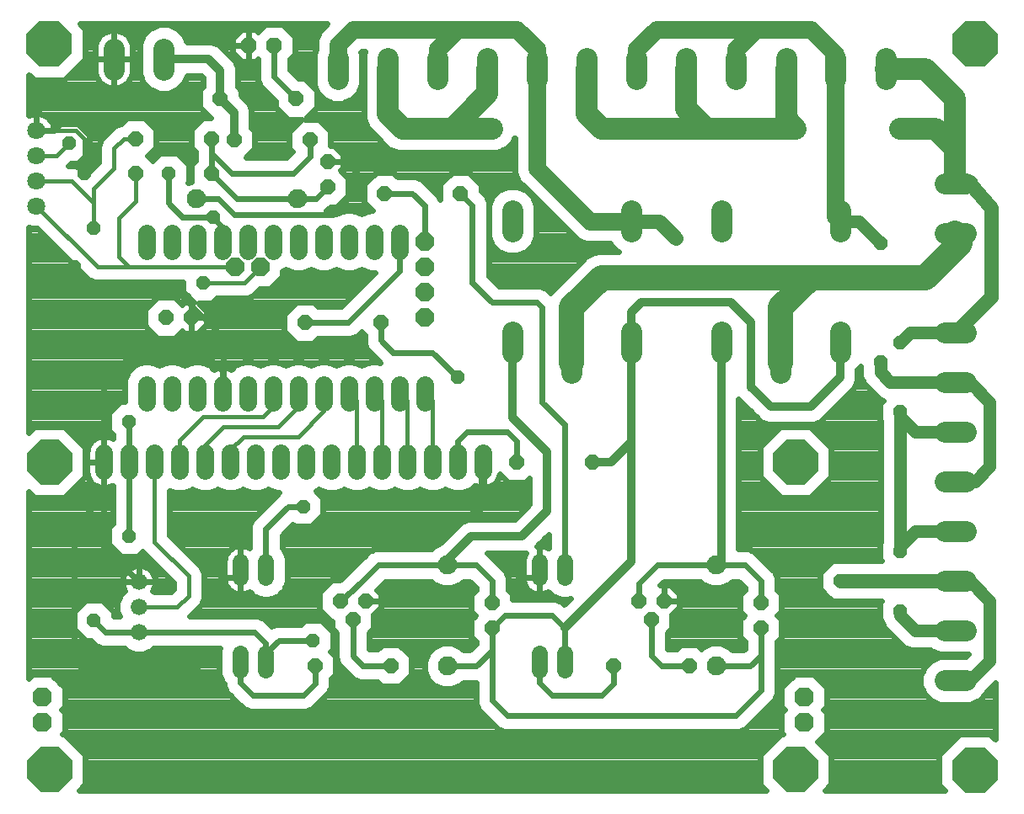
<source format=gbr>
G75*
%MOIN*%
%OFA0B0*%
%FSLAX25Y25*%
%IPPOS*%
%LPD*%
%AMOC8*
5,1,8,0,0,1.08239X$1,22.5*
%
%ADD10C,0.08350*%
%ADD11OC8,0.05906*%
%ADD12C,0.07600*%
%ADD13OC8,0.07600*%
%ADD14C,0.07000*%
%ADD15OC8,0.17717*%
%ADD16OC8,0.06299*%
%ADD17OC8,0.07087*%
%ADD18C,0.07087*%
%ADD19C,0.06600*%
%ADD20C,0.07087*%
%ADD21C,0.06350*%
%ADD22C,0.02400*%
%ADD23OC8,0.05512*%
%ADD24C,0.03200*%
%ADD25C,0.01600*%
%ADD26OC8,0.05600*%
%ADD27C,0.05600*%
%ADD28C,0.05000*%
%ADD29C,0.10000*%
%ADD30C,0.06600*%
%ADD31C,0.08600*%
%ADD32OC8,0.18110*%
D10*
X0227284Y0188998D02*
X0227284Y0197347D01*
X0250784Y0189347D02*
X0250784Y0180998D01*
X0274284Y0188998D02*
X0274284Y0197347D01*
X0309961Y0197347D02*
X0309961Y0188998D01*
X0333461Y0189347D02*
X0333461Y0180998D01*
X0356961Y0188998D02*
X0356961Y0197347D01*
X0398184Y0197139D02*
X0406534Y0197139D01*
X0406534Y0177339D02*
X0398184Y0177339D01*
X0398184Y0157769D02*
X0406534Y0157769D01*
X0406534Y0137969D02*
X0398184Y0137969D01*
X0398184Y0118399D02*
X0406534Y0118399D01*
X0406534Y0098599D02*
X0398184Y0098599D01*
X0398184Y0079029D02*
X0406534Y0079029D01*
X0406534Y0059229D02*
X0398184Y0059229D01*
X0398184Y0236394D02*
X0406534Y0236394D01*
X0406534Y0256194D02*
X0398184Y0256194D01*
X0356961Y0245347D02*
X0356961Y0236998D01*
X0309961Y0236998D02*
X0309961Y0245347D01*
X0274284Y0245347D02*
X0274284Y0236998D01*
X0227284Y0236998D02*
X0227284Y0245347D01*
X0236947Y0297238D02*
X0236947Y0305587D01*
X0217377Y0305587D02*
X0217377Y0297238D01*
X0197577Y0297238D02*
X0197577Y0305587D01*
X0178007Y0305587D02*
X0178007Y0297238D01*
X0158207Y0297238D02*
X0158207Y0305587D01*
X0089424Y0309524D02*
X0089424Y0301175D01*
X0069624Y0301175D02*
X0069624Y0309524D01*
X0256747Y0305587D02*
X0256747Y0297238D01*
X0276317Y0297238D02*
X0276317Y0305587D01*
X0296117Y0305587D02*
X0296117Y0297238D01*
X0315687Y0297238D02*
X0315687Y0305587D01*
X0335487Y0305587D02*
X0335487Y0297238D01*
X0355057Y0297238D02*
X0355057Y0305587D01*
X0374857Y0305587D02*
X0374857Y0297238D01*
D11*
X0206729Y0252200D03*
X0176729Y0252200D03*
X0154249Y0254798D03*
X0154249Y0264798D03*
X0147280Y0273342D03*
X0141768Y0289602D03*
X0117280Y0273342D03*
X0108304Y0273854D03*
X0108304Y0260074D03*
X0078304Y0260074D03*
X0078304Y0273854D03*
X0111768Y0289602D03*
X0100272Y0202987D03*
X0090272Y0202987D03*
X0145233Y0201019D03*
X0175233Y0201019D03*
X0229012Y0145783D03*
X0259012Y0145783D03*
X0277280Y0090783D03*
X0282280Y0083283D03*
X0287280Y0090783D03*
X0297280Y0065192D03*
X0267280Y0065192D03*
X0219288Y0079877D03*
X0219288Y0089877D03*
X0179170Y0065192D03*
X0164170Y0083283D03*
X0169170Y0090783D03*
X0159170Y0090783D03*
X0149170Y0065192D03*
X0325587Y0079877D03*
X0325587Y0089877D03*
D12*
X0307871Y0104877D03*
X0307871Y0064877D03*
X0201572Y0064877D03*
X0201572Y0104877D03*
X0142162Y0250153D03*
X0102162Y0250153D03*
D13*
X0219288Y0277791D03*
X0262595Y0277791D03*
X0339367Y0277791D03*
X0380705Y0277791D03*
X0342713Y0052554D03*
X0342713Y0042554D03*
X0041217Y0042554D03*
X0041217Y0052554D03*
D14*
X0065745Y0142243D02*
X0065745Y0149243D01*
X0075745Y0149243D02*
X0075745Y0142243D01*
X0085745Y0142243D02*
X0085745Y0149243D01*
X0095745Y0149243D02*
X0095745Y0142243D01*
X0105745Y0142243D02*
X0105745Y0149243D01*
X0115745Y0149243D02*
X0115745Y0142243D01*
X0125745Y0142243D02*
X0125745Y0149243D01*
X0135745Y0149243D02*
X0135745Y0142243D01*
X0145745Y0142243D02*
X0145745Y0149243D01*
X0155745Y0149243D02*
X0155745Y0142243D01*
X0165745Y0142243D02*
X0165745Y0149243D01*
X0175745Y0149243D02*
X0175745Y0142243D01*
X0185745Y0142243D02*
X0185745Y0149243D01*
X0195745Y0149243D02*
X0195745Y0142243D01*
X0205745Y0142243D02*
X0205745Y0149243D01*
X0215745Y0149243D02*
X0215745Y0142243D01*
X0257875Y0241172D02*
X0274284Y0241172D01*
X0257875Y0241172D02*
X0236947Y0262100D01*
X0236947Y0301413D01*
X0236947Y0309344D01*
X0229131Y0317161D01*
X0205509Y0317161D01*
X0197577Y0309229D01*
X0197577Y0301413D01*
X0205509Y0317161D02*
X0164170Y0317161D01*
X0158207Y0311198D01*
X0158207Y0301413D01*
X0276317Y0301413D02*
X0276317Y0309229D01*
X0284249Y0317161D01*
X0323619Y0317161D01*
X0315687Y0309229D01*
X0315687Y0301413D01*
X0323619Y0317161D02*
X0345272Y0317161D01*
X0355057Y0307376D01*
X0355057Y0301413D01*
X0355057Y0243076D01*
X0356961Y0241172D01*
D15*
X0044249Y0024011D03*
X0044249Y0145743D03*
X0339209Y0145743D03*
X0339209Y0024011D03*
D16*
X0133028Y0310704D03*
X0123028Y0310704D03*
D17*
X0192674Y0232987D03*
X0192674Y0222987D03*
X0192674Y0212987D03*
X0192674Y0202987D03*
X0127674Y0222987D03*
X0117674Y0222987D03*
D18*
X0122674Y0229444D02*
X0122674Y0236531D01*
X0132674Y0236531D02*
X0132674Y0229444D01*
X0142674Y0229444D02*
X0142674Y0236531D01*
X0152674Y0236531D02*
X0152674Y0229444D01*
X0162674Y0229444D02*
X0162674Y0236531D01*
X0172674Y0236531D02*
X0172674Y0229444D01*
X0182674Y0229444D02*
X0182674Y0236531D01*
X0182674Y0176531D02*
X0182674Y0169444D01*
X0192674Y0169444D02*
X0192674Y0176531D01*
X0172674Y0176531D02*
X0172674Y0169444D01*
X0162674Y0169444D02*
X0162674Y0176531D01*
X0152674Y0176531D02*
X0152674Y0169444D01*
X0142674Y0169444D02*
X0142674Y0176531D01*
X0132674Y0176531D02*
X0132674Y0169444D01*
X0122674Y0169444D02*
X0122674Y0176531D01*
X0112674Y0176531D02*
X0112674Y0169444D01*
X0102674Y0169444D02*
X0102674Y0176531D01*
X0092674Y0176531D02*
X0092674Y0169444D01*
X0082674Y0169444D02*
X0082674Y0176531D01*
X0082674Y0229444D02*
X0082674Y0236531D01*
X0092674Y0236531D02*
X0092674Y0229444D01*
X0102674Y0229444D02*
X0102674Y0236531D01*
X0112674Y0236531D02*
X0112674Y0229444D01*
D19*
X0079603Y0098302D03*
X0079603Y0088302D03*
X0079603Y0078302D03*
D20*
X0039091Y0247043D03*
X0039091Y0257043D03*
X0039091Y0267043D03*
X0039091Y0277043D03*
D21*
X0119800Y0106227D02*
X0119800Y0099877D01*
X0129800Y0099877D02*
X0129800Y0106227D01*
X0129800Y0069877D02*
X0129800Y0063528D01*
X0119800Y0063528D02*
X0119800Y0069877D01*
X0237910Y0069877D02*
X0237910Y0063528D01*
X0247910Y0063528D02*
X0247910Y0069877D01*
X0247910Y0099877D02*
X0247910Y0106227D01*
X0237910Y0106227D02*
X0237910Y0099877D01*
D22*
X0237910Y0099877D01*
X0237910Y0093502D01*
X0237492Y0093502D01*
X0236664Y0093611D01*
X0235857Y0093828D01*
X0235085Y0094148D01*
X0234361Y0094565D01*
X0233698Y0095074D01*
X0233107Y0095665D01*
X0232598Y0096328D01*
X0232180Y0097052D01*
X0231861Y0097824D01*
X0231644Y0098631D01*
X0231535Y0099459D01*
X0231535Y0099877D01*
X0237910Y0099877D01*
X0237910Y0099877D01*
X0237910Y0093502D01*
X0238328Y0093502D01*
X0239156Y0093611D01*
X0239964Y0093828D01*
X0240736Y0094148D01*
X0241408Y0094536D01*
X0243166Y0092777D01*
X0246244Y0091502D01*
X0249576Y0091502D01*
X0250161Y0091745D01*
X0247627Y0089211D01*
X0246535Y0090303D01*
X0244183Y0091277D01*
X0227441Y0091277D01*
X0227441Y0093254D01*
X0225688Y0095007D01*
X0225688Y0099930D01*
X0224714Y0102282D01*
X0222913Y0104082D01*
X0217422Y0109573D01*
X0232452Y0109573D01*
X0232490Y0109589D01*
X0232180Y0109052D01*
X0231861Y0108280D01*
X0231644Y0107473D01*
X0231535Y0106645D01*
X0231535Y0099877D01*
X0237910Y0099877D01*
X0229879Y0099877D01*
X0227162Y0102594D01*
X0225155Y0101217D02*
X0231535Y0101217D01*
X0231535Y0103616D02*
X0223380Y0103616D01*
X0220981Y0106014D02*
X0231535Y0106014D01*
X0231916Y0108413D02*
X0218583Y0108413D01*
X0213068Y0104877D02*
X0219288Y0098657D01*
X0219288Y0089877D01*
X0224288Y0084877D02*
X0219288Y0079877D01*
X0219288Y0071098D01*
X0219288Y0051413D01*
X0225194Y0045507D01*
X0315745Y0045507D01*
X0325587Y0055350D01*
X0325587Y0069129D01*
X0325587Y0079877D01*
X0333740Y0079631D02*
X0375062Y0079631D01*
X0374178Y0080515D02*
X0380083Y0074610D01*
X0382249Y0072444D01*
X0385079Y0071272D01*
X0392684Y0071272D01*
X0392874Y0071082D01*
X0396319Y0069654D01*
X0407743Y0069654D01*
X0406692Y0068604D01*
X0396319Y0068604D01*
X0392874Y0067177D01*
X0390237Y0064540D01*
X0388809Y0061094D01*
X0388809Y0057364D01*
X0390237Y0053919D01*
X0392874Y0051282D01*
X0396319Y0049854D01*
X0408398Y0049854D01*
X0411844Y0051282D01*
X0414481Y0053919D01*
X0414973Y0055106D01*
X0418312Y0058445D01*
X0418312Y0035934D01*
X0416138Y0038109D01*
X0404328Y0038109D01*
X0395978Y0029758D01*
X0395978Y0017949D01*
X0398153Y0015774D01*
X0350854Y0015774D01*
X0353268Y0018188D01*
X0353268Y0029834D01*
X0347994Y0035107D01*
X0351713Y0038826D01*
X0351713Y0046282D01*
X0350441Y0047554D01*
X0351713Y0048826D01*
X0351713Y0056282D01*
X0346441Y0061554D01*
X0338985Y0061554D01*
X0333713Y0056282D01*
X0333713Y0048826D01*
X0334985Y0047554D01*
X0333713Y0046282D01*
X0333713Y0038826D01*
X0334470Y0038069D01*
X0333386Y0038069D01*
X0325151Y0029834D01*
X0325151Y0018188D01*
X0327565Y0015774D01*
X0055893Y0015774D01*
X0058307Y0018188D01*
X0058307Y0029834D01*
X0050072Y0038069D01*
X0049460Y0038069D01*
X0050217Y0038826D01*
X0050217Y0046282D01*
X0048945Y0047554D01*
X0050217Y0048826D01*
X0050217Y0056282D01*
X0044945Y0061554D01*
X0037489Y0061554D01*
X0036012Y0060077D01*
X0036012Y0134099D01*
X0038426Y0131685D01*
X0050072Y0131685D01*
X0058307Y0139920D01*
X0058307Y0151566D01*
X0050072Y0159802D01*
X0038426Y0159802D01*
X0036012Y0157388D01*
X0036012Y0238854D01*
X0037352Y0238299D01*
X0039349Y0238299D01*
X0059748Y0217901D01*
X0061953Y0216987D01*
X0097115Y0216987D01*
X0097115Y0213453D01*
X0101428Y0209140D01*
X0100272Y0209140D01*
X0097724Y0209140D01*
X0096687Y0208103D01*
X0093649Y0211140D01*
X0086895Y0211140D01*
X0082120Y0206364D01*
X0082120Y0199610D01*
X0086895Y0194835D01*
X0093649Y0194835D01*
X0096687Y0197872D01*
X0097724Y0196835D01*
X0100272Y0196835D01*
X0100272Y0202987D01*
X0100272Y0202987D01*
X0100272Y0196835D01*
X0102821Y0196835D01*
X0106425Y0200439D01*
X0106425Y0202987D01*
X0100272Y0202987D01*
X0105115Y0202987D01*
X0095272Y0212830D01*
X0059839Y0212830D01*
X0053934Y0218735D01*
X0053934Y0223165D01*
X0054107Y0223542D02*
X0036012Y0223542D01*
X0036012Y0225940D02*
X0051708Y0225940D01*
X0049310Y0228339D02*
X0036012Y0228339D01*
X0036012Y0230737D02*
X0046911Y0230737D01*
X0044513Y0233136D02*
X0036012Y0233136D01*
X0036012Y0235534D02*
X0042114Y0235534D01*
X0039716Y0237933D02*
X0036012Y0237933D01*
X0036012Y0221143D02*
X0056505Y0221143D01*
X0058904Y0218745D02*
X0036012Y0218745D01*
X0036012Y0216346D02*
X0097115Y0216346D01*
X0097115Y0213947D02*
X0036012Y0213947D01*
X0036012Y0211549D02*
X0099019Y0211549D01*
X0100272Y0209140D02*
X0100272Y0202988D01*
X0100272Y0202988D01*
X0100272Y0209140D01*
X0101418Y0209150D02*
X0095639Y0209150D01*
X0100272Y0206752D02*
X0100272Y0206752D01*
X0100272Y0204353D02*
X0100272Y0204353D01*
X0100272Y0202987D02*
X0106425Y0202987D01*
X0106425Y0205536D01*
X0103194Y0208767D01*
X0108429Y0208767D01*
X0110429Y0210767D01*
X0122647Y0210767D01*
X0124852Y0211680D01*
X0127416Y0214244D01*
X0131295Y0214244D01*
X0136417Y0219366D01*
X0136417Y0221531D01*
X0137627Y0222032D01*
X0137674Y0222079D01*
X0137721Y0222032D01*
X0140935Y0220701D01*
X0144413Y0220701D01*
X0147627Y0222032D01*
X0147674Y0222079D01*
X0147721Y0222032D01*
X0150935Y0220701D01*
X0154413Y0220701D01*
X0157627Y0222032D01*
X0157674Y0222079D01*
X0157721Y0222032D01*
X0160935Y0220701D01*
X0164413Y0220701D01*
X0167627Y0222032D01*
X0167674Y0222079D01*
X0167721Y0222032D01*
X0170935Y0220701D01*
X0172832Y0220701D01*
X0159550Y0207419D01*
X0150363Y0207419D01*
X0148610Y0209172D01*
X0141856Y0209172D01*
X0137080Y0204396D01*
X0137080Y0197642D01*
X0141856Y0192866D01*
X0148610Y0192866D01*
X0150363Y0194619D01*
X0163474Y0194619D01*
X0165827Y0195593D01*
X0167478Y0197244D01*
X0168833Y0195889D01*
X0168833Y0192620D01*
X0169807Y0190268D01*
X0174492Y0185583D01*
X0175075Y0185000D01*
X0174413Y0185274D01*
X0170935Y0185274D01*
X0167721Y0183943D01*
X0167674Y0183896D01*
X0167627Y0183943D01*
X0164413Y0185274D01*
X0160935Y0185274D01*
X0157721Y0183943D01*
X0157674Y0183896D01*
X0157627Y0183943D01*
X0154413Y0185274D01*
X0150935Y0185274D01*
X0147721Y0183943D01*
X0147674Y0183896D01*
X0147627Y0183943D01*
X0144413Y0185274D01*
X0140935Y0185274D01*
X0137721Y0183943D01*
X0137674Y0183896D01*
X0137627Y0183943D01*
X0134413Y0185274D01*
X0130935Y0185274D01*
X0127721Y0183943D01*
X0127674Y0183896D01*
X0127627Y0183943D01*
X0124413Y0185274D01*
X0120935Y0185274D01*
X0117721Y0183943D01*
X0116111Y0182333D01*
X0115663Y0182592D01*
X0114846Y0182930D01*
X0113992Y0183159D01*
X0113116Y0183274D01*
X0112674Y0183274D01*
X0112674Y0172988D01*
X0112674Y0172988D01*
X0112674Y0183274D01*
X0112232Y0183274D01*
X0111355Y0183159D01*
X0110502Y0182930D01*
X0109685Y0182592D01*
X0109237Y0182333D01*
X0107627Y0183943D01*
X0104413Y0185274D01*
X0100935Y0185274D01*
X0097721Y0183943D01*
X0097674Y0183896D01*
X0097627Y0183943D01*
X0094413Y0185274D01*
X0090935Y0185274D01*
X0087721Y0183943D01*
X0087674Y0183896D01*
X0087627Y0183943D01*
X0084413Y0185274D01*
X0080935Y0185274D01*
X0077721Y0183943D01*
X0075262Y0181483D01*
X0073931Y0178270D01*
X0073931Y0169649D01*
X0072274Y0169649D01*
X0067587Y0164963D01*
X0067587Y0158335D01*
X0069187Y0156735D01*
X0069187Y0154992D01*
X0068714Y0155265D01*
X0067903Y0155601D01*
X0067055Y0155829D01*
X0066184Y0155943D01*
X0065745Y0155943D01*
X0065745Y0145743D01*
X0065745Y0135543D01*
X0066184Y0135543D01*
X0067055Y0135658D01*
X0067903Y0135885D01*
X0068714Y0136221D01*
X0069189Y0136495D01*
X0069345Y0136340D01*
X0069345Y0121444D01*
X0067745Y0119844D01*
X0067745Y0113217D01*
X0072431Y0108531D01*
X0079058Y0108531D01*
X0080938Y0110411D01*
X0093209Y0098140D01*
X0093209Y0095236D01*
X0092275Y0094302D01*
X0085624Y0094302D01*
X0085101Y0094825D01*
X0085445Y0095421D01*
X0085771Y0096209D01*
X0085992Y0097032D01*
X0086103Y0097876D01*
X0086103Y0098302D01*
X0079603Y0098302D01*
X0073103Y0098302D01*
X0073103Y0097876D01*
X0073214Y0097032D01*
X0073435Y0096209D01*
X0073761Y0095421D01*
X0074105Y0094825D01*
X0072397Y0093117D01*
X0071103Y0089993D01*
X0071103Y0086612D01*
X0071894Y0084702D01*
X0069808Y0084702D01*
X0069808Y0086222D01*
X0065121Y0090909D01*
X0058494Y0090909D01*
X0053808Y0086222D01*
X0053808Y0079595D01*
X0058494Y0074909D01*
X0060757Y0074909D01*
X0060988Y0074677D01*
X0062789Y0072877D01*
X0065141Y0071902D01*
X0073982Y0071902D01*
X0074788Y0071096D01*
X0077912Y0069802D01*
X0081294Y0069802D01*
X0084418Y0071096D01*
X0085224Y0071902D01*
X0111574Y0071902D01*
X0111425Y0071543D01*
X0111425Y0061862D01*
X0112700Y0058784D01*
X0113400Y0058084D01*
X0113400Y0057108D01*
X0114374Y0054756D01*
X0119374Y0049756D01*
X0121175Y0047955D01*
X0123527Y0046981D01*
X0145758Y0046981D01*
X0148110Y0047955D01*
X0152795Y0052640D01*
X0154596Y0054441D01*
X0155570Y0056793D01*
X0155570Y0060062D01*
X0157323Y0061815D01*
X0157323Y0068569D01*
X0155265Y0070627D01*
X0156378Y0071739D01*
X0156378Y0078330D01*
X0151717Y0082991D01*
X0145126Y0082991D01*
X0143571Y0081435D01*
X0133684Y0081435D01*
X0132060Y0080762D01*
X0129094Y0083728D01*
X0126742Y0084702D01*
X0099646Y0084702D01*
X0099847Y0084904D01*
X0104296Y0089352D01*
X0105209Y0091558D01*
X0105209Y0101819D01*
X0104296Y0104024D01*
X0102608Y0105712D01*
X0091745Y0116575D01*
X0091745Y0134483D01*
X0094014Y0133543D01*
X0097475Y0133543D01*
X0100673Y0134868D01*
X0100745Y0134940D01*
X0100817Y0134868D01*
X0104014Y0133543D01*
X0107475Y0133543D01*
X0110673Y0134868D01*
X0110745Y0134940D01*
X0110817Y0134868D01*
X0114014Y0133543D01*
X0117475Y0133543D01*
X0120673Y0134868D01*
X0120745Y0134940D01*
X0120817Y0134868D01*
X0124014Y0133543D01*
X0127475Y0133543D01*
X0130673Y0134868D01*
X0130745Y0134940D01*
X0130817Y0134868D01*
X0134014Y0133543D01*
X0134887Y0133543D01*
X0126175Y0124830D01*
X0124374Y0123030D01*
X0123400Y0120678D01*
X0123400Y0111671D01*
X0123298Y0111568D01*
X0122625Y0111956D01*
X0121853Y0112276D01*
X0121046Y0112492D01*
X0120218Y0112602D01*
X0119800Y0112602D01*
X0119800Y0099877D01*
X0119800Y0093502D01*
X0120218Y0093502D01*
X0121046Y0093611D01*
X0121853Y0093828D01*
X0122625Y0094148D01*
X0123298Y0094536D01*
X0125056Y0092777D01*
X0128134Y0091502D01*
X0131466Y0091502D01*
X0134544Y0092777D01*
X0136900Y0095133D01*
X0138175Y0098211D01*
X0138175Y0107893D01*
X0136900Y0110971D01*
X0136200Y0111671D01*
X0136200Y0116754D01*
X0140432Y0120986D01*
X0141189Y0120228D01*
X0147780Y0120228D01*
X0152441Y0124889D01*
X0152441Y0131480D01*
X0149527Y0134393D01*
X0150673Y0134868D01*
X0150745Y0134940D01*
X0150817Y0134868D01*
X0154014Y0133543D01*
X0157475Y0133543D01*
X0160673Y0134868D01*
X0160745Y0134940D01*
X0160817Y0134868D01*
X0164014Y0133543D01*
X0167475Y0133543D01*
X0170673Y0134868D01*
X0170745Y0134940D01*
X0170817Y0134868D01*
X0174014Y0133543D01*
X0177475Y0133543D01*
X0180673Y0134868D01*
X0180745Y0134940D01*
X0180817Y0134868D01*
X0184014Y0133543D01*
X0187475Y0133543D01*
X0190673Y0134868D01*
X0190745Y0134940D01*
X0190817Y0134868D01*
X0194014Y0133543D01*
X0197475Y0133543D01*
X0200673Y0134868D01*
X0200745Y0134940D01*
X0200817Y0134868D01*
X0204014Y0133543D01*
X0207475Y0133543D01*
X0210673Y0134868D01*
X0212300Y0136495D01*
X0212775Y0136221D01*
X0213586Y0135885D01*
X0214435Y0135658D01*
X0215306Y0135543D01*
X0215745Y0135543D01*
X0216184Y0135543D01*
X0217055Y0135658D01*
X0217903Y0135885D01*
X0218714Y0136221D01*
X0219475Y0136661D01*
X0220172Y0137195D01*
X0220793Y0137816D01*
X0221328Y0138513D01*
X0221767Y0139274D01*
X0222103Y0140085D01*
X0222330Y0140933D01*
X0222330Y0140935D01*
X0225635Y0137630D01*
X0232389Y0137630D01*
X0234142Y0139382D01*
X0234142Y0129032D01*
X0228282Y0123173D01*
X0209746Y0123173D01*
X0207247Y0122138D01*
X0198424Y0113315D01*
X0196473Y0112507D01*
X0195244Y0111277D01*
X0173054Y0111277D01*
X0170702Y0110303D01*
X0162682Y0102283D01*
X0158812Y0098935D01*
X0155793Y0098935D01*
X0151017Y0094160D01*
X0151017Y0087406D01*
X0155793Y0082630D01*
X0156017Y0082630D01*
X0156017Y0079906D01*
X0157770Y0078153D01*
X0157770Y0067856D01*
X0158744Y0065504D01*
X0162681Y0061567D01*
X0164482Y0059766D01*
X0166834Y0058792D01*
X0174040Y0058792D01*
X0175793Y0057039D01*
X0182547Y0057039D01*
X0187323Y0061815D01*
X0187323Y0068569D01*
X0182547Y0073345D01*
X0175793Y0073345D01*
X0174040Y0071592D01*
X0170758Y0071592D01*
X0170570Y0071780D01*
X0170570Y0078153D01*
X0172323Y0079906D01*
X0172323Y0085234D01*
X0175323Y0088234D01*
X0175323Y0090783D01*
X0175323Y0093331D01*
X0173578Y0095076D01*
X0176978Y0098477D01*
X0195244Y0098477D01*
X0196473Y0097247D01*
X0199781Y0095877D01*
X0203362Y0095877D01*
X0206670Y0097247D01*
X0207899Y0098477D01*
X0210417Y0098477D01*
X0212888Y0096006D01*
X0212888Y0095007D01*
X0211135Y0093254D01*
X0211135Y0086500D01*
X0212758Y0084877D01*
X0211135Y0083254D01*
X0211135Y0076500D01*
X0212888Y0074747D01*
X0212888Y0073749D01*
X0210417Y0071277D01*
X0207899Y0071277D01*
X0206670Y0072507D01*
X0203362Y0073877D01*
X0199781Y0073877D01*
X0196473Y0072507D01*
X0193942Y0069975D01*
X0192572Y0066667D01*
X0192572Y0063087D01*
X0193942Y0059779D01*
X0196473Y0057247D01*
X0199781Y0055877D01*
X0203362Y0055877D01*
X0206670Y0057247D01*
X0207899Y0058477D01*
X0212888Y0058477D01*
X0212888Y0050140D01*
X0213862Y0047787D01*
X0219768Y0041882D01*
X0221568Y0040081D01*
X0223921Y0039107D01*
X0317018Y0039107D01*
X0319370Y0040081D01*
X0329213Y0049924D01*
X0331013Y0051724D01*
X0331987Y0054077D01*
X0331987Y0074747D01*
X0333740Y0076500D01*
X0333740Y0083254D01*
X0332117Y0084877D01*
X0333740Y0086500D01*
X0333740Y0093254D01*
X0331987Y0095007D01*
X0331987Y0099930D01*
X0331013Y0102282D01*
X0324792Y0108502D01*
X0322992Y0110303D01*
X0320640Y0111277D01*
X0316761Y0111277D01*
X0316761Y0170701D01*
X0317798Y0169664D01*
X0325672Y0161790D01*
X0328172Y0160754D01*
X0346625Y0160754D01*
X0349124Y0161790D01*
X0351037Y0163702D01*
X0362726Y0175391D01*
X0363761Y0177891D01*
X0363761Y0182540D01*
X0364875Y0183654D01*
X0364875Y0181975D01*
X0365131Y0181720D01*
X0365131Y0179802D01*
X0366304Y0176972D01*
X0370241Y0173035D01*
X0372407Y0170869D01*
X0374055Y0170186D01*
X0372749Y0168881D01*
X0372749Y0162290D01*
X0373005Y0162034D01*
X0373005Y0114019D01*
X0372749Y0113763D01*
X0372749Y0107172D01*
X0373265Y0106657D01*
X0355492Y0106657D01*
X0355386Y0106613D01*
X0353788Y0106613D01*
X0352658Y0105483D01*
X0352552Y0105439D01*
X0350301Y0103188D01*
X0350257Y0103082D01*
X0349127Y0101952D01*
X0349127Y0100354D01*
X0349083Y0100248D01*
X0349083Y0097065D01*
X0349127Y0096959D01*
X0349127Y0095361D01*
X0350257Y0094232D01*
X0350301Y0094125D01*
X0352552Y0091875D01*
X0352658Y0091831D01*
X0353788Y0090701D01*
X0355386Y0090701D01*
X0355492Y0090657D01*
X0373265Y0090657D01*
X0372749Y0090141D01*
X0372749Y0083550D01*
X0373042Y0083258D01*
X0374178Y0080515D01*
X0373551Y0082029D02*
X0333740Y0082029D01*
X0332566Y0084428D02*
X0372749Y0084428D01*
X0372749Y0086826D02*
X0333740Y0086826D01*
X0333740Y0089225D02*
X0372749Y0089225D01*
X0377461Y0077232D02*
X0333740Y0077232D01*
X0332074Y0074834D02*
X0379859Y0074834D01*
X0382270Y0072435D02*
X0331987Y0072435D01*
X0331987Y0070037D02*
X0395396Y0070037D01*
X0393988Y0067638D02*
X0331987Y0067638D01*
X0331987Y0065240D02*
X0390937Y0065240D01*
X0389533Y0062841D02*
X0331987Y0062841D01*
X0331987Y0060443D02*
X0337874Y0060443D01*
X0335475Y0058044D02*
X0331987Y0058044D01*
X0331987Y0055646D02*
X0333713Y0055646D01*
X0333713Y0053247D02*
X0331644Y0053247D01*
X0330137Y0050849D02*
X0333713Y0050849D01*
X0334089Y0048450D02*
X0327739Y0048450D01*
X0325340Y0046052D02*
X0333713Y0046052D01*
X0333713Y0043653D02*
X0322942Y0043653D01*
X0320543Y0041255D02*
X0333713Y0041255D01*
X0333713Y0038856D02*
X0050217Y0038856D01*
X0050217Y0041255D02*
X0220395Y0041255D01*
X0217996Y0043653D02*
X0050217Y0043653D01*
X0050217Y0046052D02*
X0215598Y0046052D01*
X0213588Y0048450D02*
X0148605Y0048450D01*
X0151003Y0050849D02*
X0212888Y0050849D01*
X0212888Y0053247D02*
X0153402Y0053247D01*
X0155095Y0055646D02*
X0212888Y0055646D01*
X0212888Y0058044D02*
X0207466Y0058044D01*
X0213068Y0064877D02*
X0201572Y0064877D01*
X0192572Y0065240D02*
X0187323Y0065240D01*
X0187323Y0067638D02*
X0192974Y0067638D01*
X0194003Y0070037D02*
X0185855Y0070037D01*
X0183456Y0072435D02*
X0196402Y0072435D01*
X0206741Y0072435D02*
X0211575Y0072435D01*
X0212802Y0074834D02*
X0170570Y0074834D01*
X0170570Y0077232D02*
X0211135Y0077232D01*
X0211135Y0079631D02*
X0172048Y0079631D01*
X0172323Y0082029D02*
X0211135Y0082029D01*
X0212309Y0084428D02*
X0172323Y0084428D01*
X0173915Y0086826D02*
X0211135Y0086826D01*
X0211135Y0089225D02*
X0175323Y0089225D01*
X0175323Y0090783D02*
X0169170Y0090783D01*
X0175323Y0090783D01*
X0175323Y0091623D02*
X0211135Y0091623D01*
X0211903Y0094022D02*
X0174632Y0094022D01*
X0174922Y0096420D02*
X0198470Y0096420D01*
X0204673Y0096420D02*
X0212473Y0096420D01*
X0213068Y0104877D02*
X0201572Y0104877D01*
X0199603Y0104877D01*
X0174327Y0104877D01*
X0167044Y0097594D01*
X0159170Y0090783D01*
X0153278Y0096420D02*
X0137433Y0096420D01*
X0138175Y0098819D02*
X0155676Y0098819D01*
X0151017Y0094022D02*
X0135788Y0094022D01*
X0131758Y0091623D02*
X0151017Y0091623D01*
X0151017Y0089225D02*
X0104168Y0089225D01*
X0105209Y0091623D02*
X0127842Y0091623D01*
X0123811Y0094022D02*
X0122322Y0094022D01*
X0119800Y0094022D02*
X0119800Y0094022D01*
X0119800Y0093502D02*
X0119800Y0099877D01*
X0119800Y0099877D01*
X0112241Y0099877D01*
X0107083Y0094720D01*
X0105209Y0094022D02*
X0117278Y0094022D01*
X0116974Y0094148D02*
X0117746Y0093828D01*
X0118554Y0093611D01*
X0119382Y0093502D01*
X0119800Y0093502D01*
X0116974Y0094148D02*
X0116251Y0094565D01*
X0115588Y0095074D01*
X0114997Y0095665D01*
X0114488Y0096328D01*
X0114070Y0097052D01*
X0113750Y0097824D01*
X0113534Y0098631D01*
X0113425Y0099459D01*
X0113425Y0099877D01*
X0119800Y0099877D01*
X0119800Y0099877D01*
X0119800Y0099877D01*
X0113425Y0099877D01*
X0113425Y0106645D01*
X0113534Y0107473D01*
X0113750Y0108280D01*
X0114070Y0109052D01*
X0114488Y0109776D01*
X0114997Y0110439D01*
X0115588Y0111030D01*
X0116251Y0111539D01*
X0116974Y0111956D01*
X0117746Y0112276D01*
X0118554Y0112492D01*
X0119382Y0112602D01*
X0119800Y0112602D01*
X0119800Y0099877D01*
X0119800Y0098819D02*
X0119800Y0098819D01*
X0119800Y0101217D02*
X0119800Y0101217D01*
X0119800Y0103616D02*
X0119800Y0103616D01*
X0119800Y0106014D02*
X0119800Y0106014D01*
X0119800Y0108413D02*
X0119800Y0108413D01*
X0119800Y0110811D02*
X0119800Y0110811D01*
X0123400Y0113210D02*
X0095110Y0113210D01*
X0097508Y0110811D02*
X0115369Y0110811D01*
X0113805Y0108413D02*
X0099907Y0108413D01*
X0102305Y0106014D02*
X0113425Y0106014D01*
X0113425Y0103616D02*
X0104465Y0103616D01*
X0105209Y0101217D02*
X0113425Y0101217D01*
X0113509Y0098819D02*
X0105209Y0098819D01*
X0105209Y0096420D02*
X0114435Y0096420D01*
X0119800Y0096420D02*
X0119800Y0096420D01*
X0129800Y0099877D02*
X0129800Y0119405D01*
X0138579Y0128184D01*
X0144485Y0128184D01*
X0151522Y0132398D02*
X0234142Y0132398D01*
X0234142Y0130000D02*
X0152441Y0130000D01*
X0152441Y0127601D02*
X0232710Y0127601D01*
X0230312Y0125203D02*
X0152441Y0125203D01*
X0150356Y0122804D02*
X0208855Y0122804D01*
X0205515Y0120406D02*
X0147958Y0120406D01*
X0141012Y0120406D02*
X0139852Y0120406D01*
X0137453Y0118007D02*
X0203116Y0118007D01*
X0200718Y0115609D02*
X0136200Y0115609D01*
X0136200Y0113210D02*
X0198171Y0113210D01*
X0200501Y0134797D02*
X0200988Y0134797D01*
X0210501Y0134797D02*
X0234142Y0134797D01*
X0234142Y0137195D02*
X0220172Y0137195D01*
X0221899Y0139594D02*
X0223672Y0139594D01*
X0215745Y0139594D02*
X0215745Y0139594D01*
X0215745Y0141992D02*
X0215745Y0141992D01*
X0215745Y0144391D02*
X0215745Y0144391D01*
X0215745Y0145743D02*
X0215745Y0135543D01*
X0215745Y0145743D01*
X0215745Y0145743D01*
X0205745Y0145743D02*
X0205745Y0154011D01*
X0209446Y0157712D01*
X0225194Y0157712D01*
X0229012Y0153893D01*
X0229012Y0145783D01*
X0215745Y0137195D02*
X0215745Y0137195D01*
X0190988Y0134797D02*
X0190501Y0134797D01*
X0180988Y0134797D02*
X0180501Y0134797D01*
X0170988Y0134797D02*
X0170501Y0134797D01*
X0160988Y0134797D02*
X0160501Y0134797D01*
X0150988Y0134797D02*
X0150501Y0134797D01*
X0133742Y0132398D02*
X0091745Y0132398D01*
X0091745Y0130000D02*
X0131344Y0130000D01*
X0128945Y0127601D02*
X0091745Y0127601D01*
X0091745Y0125203D02*
X0126547Y0125203D01*
X0124281Y0122804D02*
X0091745Y0122804D01*
X0091745Y0120406D02*
X0123400Y0120406D01*
X0123400Y0118007D02*
X0091745Y0118007D01*
X0092711Y0115609D02*
X0123400Y0115609D01*
X0136966Y0110811D02*
X0171930Y0110811D01*
X0168812Y0108413D02*
X0137959Y0108413D01*
X0138175Y0106014D02*
X0166414Y0106014D01*
X0164015Y0103616D02*
X0138175Y0103616D01*
X0138175Y0101217D02*
X0161450Y0101217D01*
X0169170Y0090783D02*
X0169170Y0090783D01*
X0164170Y0083283D02*
X0164170Y0069129D01*
X0168107Y0065192D01*
X0179170Y0065192D01*
X0185950Y0060443D02*
X0193667Y0060443D01*
X0192673Y0062841D02*
X0187323Y0062841D01*
X0183552Y0058044D02*
X0195677Y0058044D01*
X0213068Y0064877D02*
X0219288Y0071098D01*
X0224288Y0084877D02*
X0242910Y0084877D01*
X0247910Y0079877D01*
X0247910Y0069877D01*
X0237910Y0069877D02*
X0237910Y0058381D01*
X0242910Y0053381D01*
X0262595Y0053381D01*
X0267280Y0058066D01*
X0267280Y0065192D01*
X0282280Y0069129D02*
X0286217Y0065192D01*
X0297280Y0065192D01*
X0292150Y0071592D02*
X0288868Y0071592D01*
X0288680Y0071780D01*
X0288680Y0078153D01*
X0290433Y0079906D01*
X0290433Y0085234D01*
X0293433Y0088234D01*
X0293433Y0090783D01*
X0293433Y0093331D01*
X0289829Y0096935D01*
X0287280Y0096935D01*
X0285673Y0096935D01*
X0287215Y0098477D01*
X0301543Y0098477D01*
X0302773Y0097247D01*
X0306081Y0095877D01*
X0309661Y0095877D01*
X0312969Y0097247D01*
X0314199Y0098477D01*
X0316716Y0098477D01*
X0319187Y0096006D01*
X0319187Y0095007D01*
X0317435Y0093254D01*
X0317435Y0086500D01*
X0319058Y0084877D01*
X0317435Y0083254D01*
X0317435Y0076500D01*
X0319187Y0074747D01*
X0319187Y0071780D01*
X0318684Y0071277D01*
X0314199Y0071277D01*
X0312969Y0072507D01*
X0309661Y0073877D01*
X0306081Y0073877D01*
X0302773Y0072507D01*
X0302134Y0071868D01*
X0300657Y0073345D01*
X0293903Y0073345D01*
X0292150Y0071592D01*
X0292994Y0072435D02*
X0288680Y0072435D01*
X0288680Y0074834D02*
X0319101Y0074834D01*
X0319187Y0072435D02*
X0313040Y0072435D01*
X0317435Y0077232D02*
X0288680Y0077232D01*
X0290158Y0079631D02*
X0317435Y0079631D01*
X0317435Y0082029D02*
X0290433Y0082029D01*
X0290433Y0084428D02*
X0318608Y0084428D01*
X0317435Y0086826D02*
X0292025Y0086826D01*
X0293433Y0089225D02*
X0317435Y0089225D01*
X0317435Y0091623D02*
X0293433Y0091623D01*
X0293433Y0090783D02*
X0287280Y0090783D01*
X0287280Y0096935D01*
X0287280Y0090783D01*
X0287280Y0090783D01*
X0287280Y0090783D01*
X0293433Y0090783D01*
X0292742Y0094022D02*
X0318202Y0094022D01*
X0318773Y0096420D02*
X0310972Y0096420D01*
X0304769Y0096420D02*
X0290344Y0096420D01*
X0287280Y0096420D02*
X0287280Y0096420D01*
X0287280Y0094022D02*
X0287280Y0094022D01*
X0287280Y0091623D02*
X0287280Y0091623D01*
X0282280Y0083283D02*
X0282280Y0069129D01*
X0301567Y0072435D02*
X0302701Y0072435D01*
X0307871Y0064877D02*
X0321335Y0064877D01*
X0325587Y0069129D01*
X0347553Y0060443D02*
X0388809Y0060443D01*
X0388809Y0058044D02*
X0349951Y0058044D01*
X0351713Y0055646D02*
X0389521Y0055646D01*
X0390908Y0053247D02*
X0351713Y0053247D01*
X0351713Y0050849D02*
X0393919Y0050849D01*
X0402677Y0036458D02*
X0349344Y0036458D01*
X0349043Y0034059D02*
X0400279Y0034059D01*
X0397880Y0031661D02*
X0351441Y0031661D01*
X0353268Y0029262D02*
X0395978Y0029262D01*
X0395978Y0026864D02*
X0353268Y0026864D01*
X0353268Y0024465D02*
X0395978Y0024465D01*
X0395978Y0022067D02*
X0353268Y0022067D01*
X0353268Y0019668D02*
X0395978Y0019668D01*
X0396657Y0017270D02*
X0352349Y0017270D01*
X0351713Y0038856D02*
X0418312Y0038856D01*
X0418312Y0036458D02*
X0417789Y0036458D01*
X0418312Y0041255D02*
X0351713Y0041255D01*
X0351713Y0043653D02*
X0418312Y0043653D01*
X0418312Y0046052D02*
X0351713Y0046052D01*
X0351337Y0048450D02*
X0418312Y0048450D01*
X0418312Y0050849D02*
X0410799Y0050849D01*
X0413810Y0053247D02*
X0418312Y0053247D01*
X0418312Y0055646D02*
X0415513Y0055646D01*
X0417911Y0058044D02*
X0418312Y0058044D01*
X0372749Y0108413D02*
X0324882Y0108413D01*
X0327280Y0106014D02*
X0353190Y0106014D01*
X0350729Y0103616D02*
X0329679Y0103616D01*
X0331454Y0101217D02*
X0349127Y0101217D01*
X0349083Y0098819D02*
X0331987Y0098819D01*
X0331987Y0096420D02*
X0349127Y0096420D01*
X0350404Y0094022D02*
X0332972Y0094022D01*
X0333740Y0091623D02*
X0352865Y0091623D01*
X0325587Y0089877D02*
X0325587Y0098657D01*
X0319367Y0104877D01*
X0307871Y0104877D01*
X0284564Y0104877D01*
X0277280Y0097594D01*
X0277280Y0090783D01*
X0250040Y0091623D02*
X0249868Y0091623D01*
X0247641Y0089225D02*
X0247613Y0089225D01*
X0245952Y0091623D02*
X0227441Y0091623D01*
X0226673Y0094022D02*
X0235388Y0094022D01*
X0237910Y0094022D02*
X0237910Y0094022D01*
X0237910Y0096420D02*
X0237910Y0096420D01*
X0237910Y0098819D02*
X0237910Y0098819D01*
X0237910Y0099877D02*
X0237910Y0112602D01*
X0237492Y0112602D01*
X0236861Y0112518D01*
X0236864Y0112521D01*
X0241510Y0117168D01*
X0241510Y0111671D01*
X0241408Y0111568D01*
X0240736Y0111956D01*
X0239964Y0112276D01*
X0239156Y0112492D01*
X0238328Y0112602D01*
X0237910Y0112602D01*
X0237910Y0099877D01*
X0237910Y0099877D01*
X0237910Y0101217D02*
X0237910Y0101217D01*
X0237910Y0103616D02*
X0237910Y0103616D01*
X0237910Y0106014D02*
X0237910Y0106014D01*
X0237910Y0108413D02*
X0237910Y0108413D01*
X0237910Y0110811D02*
X0237910Y0110811D01*
X0237552Y0113210D02*
X0241510Y0113210D01*
X0241510Y0115609D02*
X0239951Y0115609D01*
X0247910Y0099877D02*
X0247910Y0160586D01*
X0238973Y0169523D01*
X0238973Y0206924D01*
X0237005Y0208893D01*
X0219288Y0208893D01*
X0211414Y0216767D01*
X0211414Y0247515D01*
X0206729Y0252200D01*
X0200120Y0257121D02*
X0191922Y0257121D01*
X0191417Y0257626D02*
X0189065Y0258600D01*
X0181859Y0258600D01*
X0180106Y0260353D01*
X0173352Y0260353D01*
X0168576Y0255577D01*
X0168576Y0248823D01*
X0172125Y0245274D01*
X0170935Y0245274D01*
X0167721Y0243943D01*
X0167674Y0243896D01*
X0167627Y0243943D01*
X0164413Y0245274D01*
X0160935Y0245274D01*
X0157721Y0243943D01*
X0157674Y0243896D01*
X0157627Y0243943D01*
X0154413Y0245274D01*
X0153775Y0245274D01*
X0155029Y0246527D01*
X0155147Y0246646D01*
X0157626Y0246646D01*
X0162401Y0251421D01*
X0162401Y0258175D01*
X0159364Y0261213D01*
X0160401Y0262250D01*
X0160401Y0264798D01*
X0154249Y0264798D01*
X0154249Y0264798D01*
X0160401Y0264798D01*
X0160401Y0267347D01*
X0156797Y0270951D01*
X0155433Y0270951D01*
X0155433Y0276719D01*
X0150657Y0281494D01*
X0145191Y0281494D01*
X0149921Y0286225D01*
X0149921Y0292744D01*
X0150259Y0291927D01*
X0152897Y0289290D01*
X0156342Y0287863D01*
X0160072Y0287863D01*
X0163517Y0289290D01*
X0166155Y0291927D01*
X0167582Y0295373D01*
X0167582Y0307452D01*
X0167343Y0308030D01*
X0167774Y0308461D01*
X0169050Y0308461D01*
X0168632Y0307452D01*
X0168632Y0303605D01*
X0168507Y0303302D01*
X0168507Y0281749D01*
X0169953Y0278257D01*
X0175801Y0272409D01*
X0178474Y0269737D01*
X0181965Y0268291D01*
X0221178Y0268291D01*
X0222385Y0268791D01*
X0223016Y0268791D01*
X0223462Y0269237D01*
X0224669Y0269737D01*
X0227342Y0272409D01*
X0227842Y0273616D01*
X0228247Y0274022D01*
X0228247Y0260369D01*
X0229572Y0257172D01*
X0250499Y0236244D01*
X0252947Y0233797D01*
X0256144Y0232472D01*
X0266011Y0232472D01*
X0266337Y0231687D01*
X0268974Y0229050D01*
X0269250Y0228935D01*
X0261252Y0228935D01*
X0258658Y0228240D01*
X0256332Y0226897D01*
X0244521Y0215086D01*
X0242622Y0213187D01*
X0242307Y0212642D01*
X0240630Y0214319D01*
X0238278Y0215293D01*
X0221939Y0215293D01*
X0217814Y0219418D01*
X0217814Y0248788D01*
X0216840Y0251140D01*
X0215039Y0252941D01*
X0214882Y0253098D01*
X0214882Y0255577D01*
X0210106Y0260353D01*
X0203352Y0260353D01*
X0198576Y0255577D01*
X0198576Y0249792D01*
X0198100Y0250943D01*
X0193218Y0255825D01*
X0193218Y0255825D01*
X0191417Y0257626D01*
X0194321Y0254722D02*
X0198576Y0254722D01*
X0198576Y0252324D02*
X0196719Y0252324D01*
X0198521Y0249925D02*
X0198576Y0249925D01*
X0192674Y0247318D02*
X0187792Y0252200D01*
X0176729Y0252200D01*
X0170120Y0257121D02*
X0162401Y0257121D01*
X0162401Y0254722D02*
X0168576Y0254722D01*
X0168576Y0252324D02*
X0162401Y0252324D01*
X0160905Y0249925D02*
X0168576Y0249925D01*
X0169873Y0247527D02*
X0158507Y0247527D01*
X0160583Y0245128D02*
X0154765Y0245128D01*
X0156296Y0243834D02*
X0117418Y0243834D01*
X0111099Y0250153D01*
X0102162Y0250153D01*
X0098817Y0256304D02*
X0099291Y0256779D01*
X0099291Y0263369D01*
X0094631Y0268030D01*
X0088040Y0268030D01*
X0084959Y0264949D01*
X0082944Y0266964D01*
X0086457Y0270477D01*
X0086457Y0277231D01*
X0081681Y0282006D01*
X0074927Y0282006D01*
X0072774Y0279854D01*
X0072425Y0279854D01*
X0070220Y0278940D01*
X0064595Y0273315D01*
X0063682Y0271110D01*
X0063682Y0264528D01*
X0058855Y0259701D01*
X0056427Y0262129D01*
X0054222Y0263043D01*
X0051608Y0263043D01*
X0052495Y0263929D01*
X0055261Y0263929D01*
X0059921Y0268590D01*
X0059921Y0275180D01*
X0055261Y0279841D01*
X0048670Y0279841D01*
X0045834Y0277006D01*
X0045834Y0277042D01*
X0039091Y0277042D01*
X0039091Y0277043D01*
X0039091Y0283786D01*
X0038649Y0283786D01*
X0037773Y0283670D01*
X0036919Y0283442D01*
X0036102Y0283103D01*
X0036012Y0283051D01*
X0036012Y0299175D01*
X0038187Y0297000D01*
X0049996Y0297000D01*
X0058346Y0305350D01*
X0058346Y0317160D01*
X0056171Y0319335D01*
X0154040Y0319335D01*
X0150831Y0316126D01*
X0149507Y0312928D01*
X0149507Y0309081D01*
X0148832Y0307452D01*
X0148832Y0295373D01*
X0149755Y0293144D01*
X0145145Y0297754D01*
X0142667Y0297754D01*
X0139428Y0300993D01*
X0139428Y0305296D01*
X0141378Y0307245D01*
X0141378Y0314162D01*
X0136487Y0319054D01*
X0129570Y0319054D01*
X0126614Y0316098D01*
X0125658Y0317054D01*
X0123028Y0317054D01*
X0120398Y0317054D01*
X0116679Y0313334D01*
X0116679Y0310704D01*
X0123028Y0310704D01*
X0123028Y0310704D01*
X0116679Y0310704D01*
X0116679Y0308074D01*
X0120398Y0304354D01*
X0123028Y0304354D01*
X0123028Y0310704D01*
X0123028Y0317054D01*
X0123028Y0310704D01*
X0123028Y0310704D01*
X0123028Y0310704D01*
X0123028Y0304354D01*
X0125658Y0304354D01*
X0126614Y0305310D01*
X0126628Y0305296D01*
X0126628Y0297069D01*
X0127603Y0294716D01*
X0129403Y0292916D01*
X0133616Y0288703D01*
X0133616Y0286225D01*
X0138391Y0281449D01*
X0143858Y0281449D01*
X0139127Y0276719D01*
X0139127Y0269965D01*
X0140258Y0268835D01*
X0137897Y0266474D01*
X0121942Y0266474D01*
X0125433Y0269965D01*
X0125433Y0276719D01*
X0124080Y0278071D01*
X0124080Y0285442D01*
X0123045Y0287942D01*
X0121132Y0289855D01*
X0119921Y0291065D01*
X0119921Y0292979D01*
X0118568Y0294331D01*
X0118568Y0302017D01*
X0117533Y0304516D01*
X0115620Y0306429D01*
X0110935Y0311114D01*
X0108436Y0312150D01*
X0098484Y0312150D01*
X0097372Y0314835D01*
X0094735Y0317472D01*
X0091289Y0318899D01*
X0087559Y0318899D01*
X0084114Y0317472D01*
X0081477Y0314835D01*
X0080049Y0311389D01*
X0080049Y0299310D01*
X0081477Y0295864D01*
X0084114Y0293227D01*
X0087559Y0291800D01*
X0091289Y0291800D01*
X0094735Y0293227D01*
X0097372Y0295864D01*
X0098484Y0298550D01*
X0104267Y0298550D01*
X0104968Y0297848D01*
X0104968Y0294331D01*
X0103616Y0292979D01*
X0103616Y0286225D01*
X0107834Y0282006D01*
X0104927Y0282006D01*
X0100151Y0277231D01*
X0100151Y0270477D01*
X0101904Y0268724D01*
X0101904Y0265204D01*
X0100151Y0263451D01*
X0100151Y0256861D01*
X0099907Y0256795D01*
X0099059Y0256444D01*
X0098817Y0256304D01*
X0099291Y0257121D02*
X0100151Y0257121D01*
X0100151Y0259519D02*
X0099291Y0259519D01*
X0099291Y0261918D02*
X0100151Y0261918D01*
X0101016Y0264316D02*
X0098344Y0264316D01*
X0095946Y0266715D02*
X0101904Y0266715D01*
X0101514Y0269113D02*
X0085093Y0269113D01*
X0086457Y0271512D02*
X0100151Y0271512D01*
X0100151Y0273910D02*
X0086457Y0273910D01*
X0086457Y0276309D02*
X0100151Y0276309D01*
X0101628Y0278707D02*
X0084980Y0278707D01*
X0082581Y0281106D02*
X0104026Y0281106D01*
X0106336Y0283504D02*
X0041030Y0283504D01*
X0041263Y0283442D02*
X0040410Y0283670D01*
X0039533Y0283786D01*
X0039091Y0283786D01*
X0039091Y0277043D01*
X0039091Y0277043D01*
X0045834Y0277043D01*
X0045834Y0277484D01*
X0045719Y0278361D01*
X0045490Y0279215D01*
X0045152Y0280031D01*
X0044710Y0280797D01*
X0044172Y0281498D01*
X0043547Y0282123D01*
X0042846Y0282661D01*
X0042080Y0283103D01*
X0041263Y0283442D01*
X0039091Y0283504D02*
X0039091Y0283504D01*
X0037153Y0283504D02*
X0036012Y0283504D01*
X0036012Y0285903D02*
X0103937Y0285903D01*
X0103616Y0288301D02*
X0036012Y0288301D01*
X0036012Y0290700D02*
X0103616Y0290700D01*
X0103735Y0293098D02*
X0094424Y0293098D01*
X0097004Y0295497D02*
X0104968Y0295497D01*
X0104921Y0297895D02*
X0098213Y0297895D01*
X0084425Y0293098D02*
X0036012Y0293098D01*
X0036012Y0295497D02*
X0064909Y0295497D01*
X0064751Y0295618D02*
X0065518Y0295030D01*
X0066355Y0294546D01*
X0067249Y0294176D01*
X0068182Y0293926D01*
X0069141Y0293800D01*
X0069524Y0293800D01*
X0069524Y0305250D01*
X0062249Y0305250D01*
X0062249Y0300691D01*
X0062376Y0299733D01*
X0062626Y0298799D01*
X0062996Y0297906D01*
X0063479Y0297069D01*
X0064068Y0296302D01*
X0064751Y0295618D01*
X0063002Y0297895D02*
X0050891Y0297895D01*
X0053290Y0300294D02*
X0062302Y0300294D01*
X0062249Y0302692D02*
X0055688Y0302692D01*
X0058087Y0305091D02*
X0062249Y0305091D01*
X0062249Y0305450D02*
X0069524Y0305450D01*
X0069524Y0316899D01*
X0069141Y0316899D01*
X0068182Y0316773D01*
X0067249Y0316523D01*
X0066355Y0316153D01*
X0065518Y0315669D01*
X0064751Y0315081D01*
X0064068Y0314397D01*
X0063479Y0313630D01*
X0062996Y0312793D01*
X0062626Y0311900D01*
X0062376Y0310966D01*
X0062249Y0310008D01*
X0062249Y0305450D01*
X0062249Y0307489D02*
X0058346Y0307489D01*
X0058346Y0309888D02*
X0062249Y0309888D01*
X0062786Y0312286D02*
X0058346Y0312286D01*
X0058346Y0314685D02*
X0064355Y0314685D01*
X0058346Y0317083D02*
X0083725Y0317083D01*
X0081415Y0314685D02*
X0074893Y0314685D01*
X0075181Y0314397D02*
X0074497Y0315081D01*
X0073730Y0315669D01*
X0072893Y0316153D01*
X0072000Y0316523D01*
X0071066Y0316773D01*
X0070108Y0316899D01*
X0069724Y0316899D01*
X0069724Y0305450D01*
X0069524Y0305450D01*
X0069524Y0305250D01*
X0069724Y0305250D01*
X0069724Y0305450D01*
X0076999Y0305450D01*
X0076999Y0310008D01*
X0076873Y0310966D01*
X0076623Y0311900D01*
X0076253Y0312793D01*
X0075769Y0313630D01*
X0075181Y0314397D01*
X0076463Y0312286D02*
X0080421Y0312286D01*
X0080049Y0309888D02*
X0076999Y0309888D01*
X0076999Y0307489D02*
X0080049Y0307489D01*
X0080049Y0305091D02*
X0076999Y0305091D01*
X0076999Y0305250D02*
X0069724Y0305250D01*
X0069724Y0293800D01*
X0070108Y0293800D01*
X0071066Y0293926D01*
X0072000Y0294176D01*
X0072893Y0294546D01*
X0073730Y0295030D01*
X0074497Y0295618D01*
X0075181Y0296302D01*
X0075769Y0297069D01*
X0076253Y0297906D01*
X0076623Y0298799D01*
X0076873Y0299733D01*
X0076999Y0300691D01*
X0076999Y0305250D01*
X0076999Y0302692D02*
X0080049Y0302692D01*
X0080049Y0300294D02*
X0076947Y0300294D01*
X0076247Y0297895D02*
X0080635Y0297895D01*
X0081844Y0295497D02*
X0074339Y0295497D01*
X0069724Y0295497D02*
X0069524Y0295497D01*
X0069524Y0297895D02*
X0069724Y0297895D01*
X0069724Y0300294D02*
X0069524Y0300294D01*
X0069524Y0302692D02*
X0069724Y0302692D01*
X0069724Y0305091D02*
X0069524Y0305091D01*
X0069524Y0307489D02*
X0069724Y0307489D01*
X0069724Y0309888D02*
X0069524Y0309888D01*
X0069524Y0312286D02*
X0069724Y0312286D01*
X0069724Y0314685D02*
X0069524Y0314685D01*
X0095123Y0317083D02*
X0127600Y0317083D01*
X0123028Y0314685D02*
X0123028Y0314685D01*
X0123028Y0312286D02*
X0123028Y0312286D01*
X0123028Y0309888D02*
X0123028Y0309888D01*
X0123028Y0307489D02*
X0123028Y0307489D01*
X0123028Y0305091D02*
X0123028Y0305091D01*
X0119662Y0305091D02*
X0116959Y0305091D01*
X0117263Y0307489D02*
X0114560Y0307489D01*
X0116679Y0309888D02*
X0112162Y0309888D01*
X0116679Y0312286D02*
X0098427Y0312286D01*
X0097434Y0314685D02*
X0118030Y0314685D01*
X0126395Y0305091D02*
X0126628Y0305091D01*
X0126628Y0302692D02*
X0118289Y0302692D01*
X0118568Y0300294D02*
X0126628Y0300294D01*
X0126628Y0297895D02*
X0118568Y0297895D01*
X0118568Y0295497D02*
X0127279Y0295497D01*
X0129221Y0293098D02*
X0119801Y0293098D01*
X0120287Y0290700D02*
X0131619Y0290700D01*
X0133616Y0288301D02*
X0122685Y0288301D01*
X0123889Y0285903D02*
X0133937Y0285903D01*
X0136336Y0283504D02*
X0124080Y0283504D01*
X0124080Y0281106D02*
X0143515Y0281106D01*
X0141116Y0278707D02*
X0124080Y0278707D01*
X0125433Y0276309D02*
X0139127Y0276309D01*
X0139127Y0273910D02*
X0125433Y0273910D01*
X0125433Y0271512D02*
X0139127Y0271512D01*
X0139979Y0269113D02*
X0124581Y0269113D01*
X0122183Y0266715D02*
X0138138Y0266715D01*
X0140548Y0260074D02*
X0116178Y0260074D01*
X0108304Y0267948D01*
X0108304Y0260074D01*
X0118225Y0250153D01*
X0142162Y0250153D01*
X0149603Y0250153D01*
X0154249Y0254798D01*
X0161058Y0259519D02*
X0172518Y0259519D01*
X0166138Y0260074D02*
X0166138Y0254169D01*
X0156296Y0243834D01*
X0164765Y0245128D02*
X0170583Y0245128D01*
X0166138Y0260074D02*
X0161414Y0264798D01*
X0154249Y0264798D01*
X0160401Y0264316D02*
X0228247Y0264316D01*
X0228247Y0261918D02*
X0160069Y0261918D01*
X0160401Y0266715D02*
X0228247Y0266715D01*
X0228247Y0269113D02*
X0223339Y0269113D01*
X0226444Y0271512D02*
X0228247Y0271512D01*
X0228247Y0273910D02*
X0228136Y0273910D01*
X0228599Y0259519D02*
X0210940Y0259519D01*
X0213338Y0257121D02*
X0229623Y0257121D01*
X0229149Y0254722D02*
X0225419Y0254722D01*
X0221974Y0253295D01*
X0219337Y0250658D01*
X0217909Y0247212D01*
X0217909Y0235133D01*
X0219337Y0231687D01*
X0221974Y0229050D01*
X0225419Y0227623D01*
X0229149Y0227623D01*
X0232595Y0229050D01*
X0235232Y0231687D01*
X0236659Y0235133D01*
X0236659Y0247212D01*
X0235232Y0250658D01*
X0232595Y0253295D01*
X0229149Y0254722D01*
X0232021Y0254722D02*
X0214882Y0254722D01*
X0215656Y0252324D02*
X0221003Y0252324D01*
X0219033Y0249925D02*
X0217343Y0249925D01*
X0217814Y0247527D02*
X0218040Y0247527D01*
X0217909Y0245128D02*
X0217814Y0245128D01*
X0217814Y0242730D02*
X0217909Y0242730D01*
X0217909Y0240331D02*
X0217814Y0240331D01*
X0217814Y0237933D02*
X0217909Y0237933D01*
X0217909Y0235534D02*
X0217814Y0235534D01*
X0217814Y0233136D02*
X0218737Y0233136D01*
X0217814Y0230737D02*
X0220287Y0230737D01*
X0217814Y0228339D02*
X0223691Y0228339D01*
X0217814Y0225940D02*
X0255375Y0225940D01*
X0252976Y0223542D02*
X0217814Y0223542D01*
X0217814Y0221143D02*
X0250578Y0221143D01*
X0248179Y0218745D02*
X0218487Y0218745D01*
X0220886Y0216346D02*
X0245781Y0216346D01*
X0243382Y0213947D02*
X0241001Y0213947D01*
X0230877Y0228339D02*
X0259025Y0228339D01*
X0254543Y0233136D02*
X0235832Y0233136D01*
X0236659Y0235534D02*
X0251209Y0235534D01*
X0248811Y0237933D02*
X0236659Y0237933D01*
X0236659Y0240331D02*
X0246412Y0240331D01*
X0244014Y0242730D02*
X0236659Y0242730D01*
X0236659Y0245128D02*
X0241615Y0245128D01*
X0239217Y0247527D02*
X0236529Y0247527D01*
X0236818Y0249925D02*
X0235535Y0249925D01*
X0234420Y0252324D02*
X0233566Y0252324D01*
X0234282Y0230737D02*
X0267287Y0230737D01*
X0202518Y0259519D02*
X0180940Y0259519D01*
X0179979Y0269113D02*
X0158635Y0269113D01*
X0155433Y0271512D02*
X0176699Y0271512D01*
X0174300Y0273910D02*
X0155433Y0273910D01*
X0155433Y0276309D02*
X0171902Y0276309D01*
X0169767Y0278707D02*
X0153444Y0278707D01*
X0151046Y0281106D02*
X0168773Y0281106D01*
X0168507Y0283504D02*
X0147201Y0283504D01*
X0149599Y0285903D02*
X0168507Y0285903D01*
X0168507Y0288301D02*
X0161130Y0288301D01*
X0164927Y0290700D02*
X0168507Y0290700D01*
X0168507Y0293098D02*
X0166640Y0293098D01*
X0167582Y0295497D02*
X0168507Y0295497D01*
X0168507Y0297895D02*
X0167582Y0297895D01*
X0167582Y0300294D02*
X0168507Y0300294D01*
X0168507Y0302692D02*
X0167582Y0302692D01*
X0167582Y0305091D02*
X0168632Y0305091D01*
X0168648Y0307489D02*
X0167566Y0307489D01*
X0149507Y0309888D02*
X0141378Y0309888D01*
X0141378Y0312286D02*
X0149507Y0312286D01*
X0150235Y0314685D02*
X0140855Y0314685D01*
X0138457Y0317083D02*
X0151789Y0317083D01*
X0148848Y0307489D02*
X0141378Y0307489D01*
X0139428Y0305091D02*
X0148832Y0305091D01*
X0148832Y0302692D02*
X0139428Y0302692D01*
X0140127Y0300294D02*
X0148832Y0300294D01*
X0148832Y0297895D02*
X0142526Y0297895D01*
X0147403Y0295497D02*
X0148832Y0295497D01*
X0149921Y0290700D02*
X0151487Y0290700D01*
X0149921Y0288301D02*
X0155284Y0288301D01*
X0141768Y0289602D02*
X0133028Y0298342D01*
X0133028Y0310704D01*
X0147280Y0273342D02*
X0147280Y0266806D01*
X0140548Y0260074D01*
X0112674Y0238735D02*
X0109052Y0242357D01*
X0109052Y0242850D01*
X0096749Y0242850D01*
X0091335Y0248263D01*
X0091335Y0260074D01*
X0086725Y0266715D02*
X0083193Y0266715D01*
X0069987Y0278707D02*
X0056394Y0278707D01*
X0058793Y0276309D02*
X0067589Y0276309D01*
X0065190Y0273910D02*
X0059921Y0273910D01*
X0059921Y0271512D02*
X0063848Y0271512D01*
X0063682Y0269113D02*
X0059921Y0269113D01*
X0058046Y0266715D02*
X0063682Y0266715D01*
X0063470Y0264316D02*
X0055648Y0264316D01*
X0056638Y0261918D02*
X0061072Y0261918D01*
X0047536Y0278707D02*
X0045626Y0278707D01*
X0044473Y0281106D02*
X0074026Y0281106D01*
X0108304Y0273854D02*
X0108304Y0267948D01*
X0112674Y0238735D02*
X0112674Y0232987D01*
X0127119Y0213947D02*
X0166079Y0213947D01*
X0163681Y0211549D02*
X0124535Y0211549D01*
X0133397Y0216346D02*
X0168478Y0216346D01*
X0170876Y0218745D02*
X0135796Y0218745D01*
X0136417Y0221143D02*
X0139867Y0221143D01*
X0145481Y0221143D02*
X0149867Y0221143D01*
X0155481Y0221143D02*
X0159867Y0221143D01*
X0165481Y0221143D02*
X0169867Y0221143D01*
X0182674Y0221491D02*
X0182674Y0232987D01*
X0192674Y0232987D02*
X0192674Y0247318D01*
X0182674Y0221491D02*
X0162201Y0201019D01*
X0145233Y0201019D01*
X0139963Y0194759D02*
X0036012Y0194759D01*
X0036012Y0192361D02*
X0168940Y0192361D01*
X0168833Y0194759D02*
X0163814Y0194759D01*
X0167391Y0197158D02*
X0167564Y0197158D01*
X0170113Y0189962D02*
X0036012Y0189962D01*
X0036012Y0187564D02*
X0172511Y0187564D01*
X0170672Y0185165D02*
X0164675Y0185165D01*
X0160672Y0185165D02*
X0154675Y0185165D01*
X0150672Y0185165D02*
X0144675Y0185165D01*
X0140672Y0185165D02*
X0134675Y0185165D01*
X0130672Y0185165D02*
X0124675Y0185165D01*
X0120672Y0185165D02*
X0104675Y0185165D01*
X0100672Y0185165D02*
X0094675Y0185165D01*
X0090672Y0185165D02*
X0084675Y0185165D01*
X0080672Y0185165D02*
X0036012Y0185165D01*
X0036012Y0182767D02*
X0076545Y0182767D01*
X0074800Y0180368D02*
X0036012Y0180368D01*
X0036012Y0177970D02*
X0073931Y0177970D01*
X0073931Y0175571D02*
X0036012Y0175571D01*
X0036012Y0173173D02*
X0073931Y0173173D01*
X0073931Y0170774D02*
X0036012Y0170774D01*
X0036012Y0168376D02*
X0071001Y0168376D01*
X0068602Y0165977D02*
X0036012Y0165977D01*
X0036012Y0163579D02*
X0067587Y0163579D01*
X0067587Y0161180D02*
X0036012Y0161180D01*
X0036012Y0158782D02*
X0037406Y0158782D01*
X0051092Y0158782D02*
X0067587Y0158782D01*
X0069187Y0156383D02*
X0053490Y0156383D01*
X0055889Y0153985D02*
X0061011Y0153985D01*
X0061318Y0154291D02*
X0060697Y0153670D01*
X0060162Y0152974D01*
X0059723Y0152213D01*
X0059387Y0151402D01*
X0059159Y0150553D01*
X0059045Y0149682D01*
X0059045Y0145743D01*
X0059045Y0141804D01*
X0059159Y0140933D01*
X0059387Y0140085D01*
X0059723Y0139274D01*
X0060162Y0138513D01*
X0060697Y0137816D01*
X0061318Y0137195D01*
X0055582Y0137195D01*
X0057980Y0139594D02*
X0059590Y0139594D01*
X0059045Y0141992D02*
X0058307Y0141992D01*
X0058307Y0144391D02*
X0059045Y0144391D01*
X0059045Y0145743D02*
X0065745Y0145743D01*
X0065745Y0145743D01*
X0065745Y0135543D01*
X0065306Y0135543D01*
X0064435Y0135658D01*
X0063586Y0135885D01*
X0062775Y0136221D01*
X0062014Y0136661D01*
X0061318Y0137195D01*
X0065745Y0137195D02*
X0065745Y0137195D01*
X0065745Y0139594D02*
X0065745Y0139594D01*
X0065745Y0141992D02*
X0065745Y0141992D01*
X0065745Y0144391D02*
X0065745Y0144391D01*
X0065745Y0145743D02*
X0065745Y0145743D01*
X0065745Y0177397D01*
X0073619Y0185271D01*
X0109052Y0185271D01*
X0112674Y0181649D01*
X0112674Y0179365D01*
X0112989Y0179680D01*
X0112989Y0195113D01*
X0105115Y0202987D01*
X0106425Y0201955D02*
X0137080Y0201955D01*
X0137080Y0204353D02*
X0106425Y0204353D01*
X0105209Y0206752D02*
X0139436Y0206752D01*
X0141835Y0209150D02*
X0108812Y0209150D01*
X0100272Y0202987D02*
X0100272Y0202987D01*
X0100272Y0201955D02*
X0100272Y0201955D01*
X0100272Y0199556D02*
X0100272Y0199556D01*
X0100272Y0197158D02*
X0100272Y0197158D01*
X0097400Y0197158D02*
X0095973Y0197158D01*
X0103144Y0197158D02*
X0137564Y0197158D01*
X0137080Y0199556D02*
X0105543Y0199556D01*
X0108803Y0182767D02*
X0110108Y0182767D01*
X0112674Y0182767D02*
X0112674Y0182767D01*
X0112674Y0180368D02*
X0112674Y0180368D01*
X0112674Y0179365D02*
X0112674Y0172987D01*
X0112674Y0173173D02*
X0112674Y0173173D01*
X0112674Y0175571D02*
X0112674Y0175571D01*
X0112674Y0177970D02*
X0112674Y0177970D01*
X0115240Y0182767D02*
X0116545Y0182767D01*
X0084572Y0197158D02*
X0036012Y0197158D01*
X0036012Y0199556D02*
X0082174Y0199556D01*
X0082120Y0201955D02*
X0036012Y0201955D01*
X0036012Y0204353D02*
X0082120Y0204353D01*
X0082507Y0206752D02*
X0036012Y0206752D01*
X0036012Y0209150D02*
X0084906Y0209150D01*
X0075587Y0161649D02*
X0075587Y0145901D01*
X0075745Y0145743D01*
X0075745Y0116531D01*
X0070150Y0110811D02*
X0036012Y0110811D01*
X0036012Y0108413D02*
X0082936Y0108413D01*
X0085335Y0106014D02*
X0036012Y0106014D01*
X0036012Y0103616D02*
X0075850Y0103616D01*
X0075984Y0103719D02*
X0075308Y0103200D01*
X0074706Y0102597D01*
X0074187Y0101921D01*
X0073761Y0101183D01*
X0073435Y0100396D01*
X0073214Y0099573D01*
X0073103Y0098728D01*
X0073103Y0098302D01*
X0079603Y0098302D01*
X0079603Y0098302D01*
X0079603Y0098302D01*
X0065745Y0112161D01*
X0065745Y0132121D01*
X0053934Y0120310D01*
X0053934Y0067161D01*
X0057871Y0063224D01*
X0101178Y0063224D01*
X0111425Y0062841D02*
X0036012Y0062841D01*
X0036012Y0060443D02*
X0036378Y0060443D01*
X0036012Y0065240D02*
X0111425Y0065240D01*
X0111425Y0067638D02*
X0036012Y0067638D01*
X0036012Y0070037D02*
X0077346Y0070037D01*
X0081860Y0070037D02*
X0111425Y0070037D01*
X0119800Y0069877D02*
X0119800Y0058381D01*
X0124800Y0053381D01*
X0144485Y0053381D01*
X0149170Y0058066D01*
X0149170Y0065192D01*
X0155855Y0070037D02*
X0157770Y0070037D01*
X0157770Y0072435D02*
X0156378Y0072435D01*
X0156378Y0074834D02*
X0157770Y0074834D01*
X0157770Y0077232D02*
X0156378Y0077232D01*
X0156292Y0079631D02*
X0155077Y0079631D01*
X0156017Y0082029D02*
X0152679Y0082029D01*
X0153995Y0084428D02*
X0127405Y0084428D01*
X0130793Y0082029D02*
X0144165Y0082029D01*
X0151597Y0086826D02*
X0101770Y0086826D01*
X0093209Y0096420D02*
X0085828Y0096420D01*
X0086103Y0098302D02*
X0086103Y0098728D01*
X0085992Y0099573D01*
X0085771Y0100396D01*
X0085445Y0101183D01*
X0085019Y0101921D01*
X0084500Y0102597D01*
X0083898Y0103200D01*
X0083222Y0103719D01*
X0082484Y0104145D01*
X0081697Y0104471D01*
X0080874Y0104691D01*
X0080029Y0104802D01*
X0079603Y0104802D01*
X0079177Y0104802D01*
X0078332Y0104691D01*
X0077509Y0104471D01*
X0076722Y0104145D01*
X0075984Y0103719D01*
X0073780Y0101217D02*
X0036012Y0101217D01*
X0036012Y0098819D02*
X0073115Y0098819D01*
X0073378Y0096420D02*
X0036012Y0096420D01*
X0036012Y0094022D02*
X0073302Y0094022D01*
X0071778Y0091623D02*
X0036012Y0091623D01*
X0036012Y0089225D02*
X0056810Y0089225D01*
X0054412Y0086826D02*
X0036012Y0086826D01*
X0036012Y0084428D02*
X0053808Y0084428D01*
X0053808Y0082029D02*
X0036012Y0082029D01*
X0036012Y0079631D02*
X0053808Y0079631D01*
X0056170Y0077232D02*
X0036012Y0077232D01*
X0036012Y0074834D02*
X0060832Y0074834D01*
X0063854Y0072435D02*
X0036012Y0072435D01*
X0046057Y0060443D02*
X0112013Y0060443D01*
X0113400Y0058044D02*
X0048455Y0058044D01*
X0050217Y0055646D02*
X0114006Y0055646D01*
X0115883Y0053247D02*
X0050217Y0053247D01*
X0050217Y0050849D02*
X0118281Y0050849D01*
X0120680Y0048450D02*
X0049841Y0048450D01*
X0051683Y0036458D02*
X0331775Y0036458D01*
X0329376Y0034059D02*
X0054082Y0034059D01*
X0056480Y0031661D02*
X0326978Y0031661D01*
X0325151Y0029262D02*
X0058307Y0029262D01*
X0058307Y0026864D02*
X0325151Y0026864D01*
X0325151Y0024465D02*
X0058307Y0024465D01*
X0058307Y0022067D02*
X0325151Y0022067D01*
X0325151Y0019668D02*
X0058307Y0019668D01*
X0057389Y0017270D02*
X0326069Y0017270D01*
X0241922Y0094022D02*
X0240432Y0094022D01*
X0232545Y0096420D02*
X0225688Y0096420D01*
X0225688Y0098819D02*
X0231620Y0098819D01*
X0174883Y0072435D02*
X0170570Y0072435D01*
X0161407Y0062841D02*
X0157323Y0062841D01*
X0157323Y0065240D02*
X0159008Y0065240D01*
X0157860Y0067638D02*
X0157323Y0067638D01*
X0155950Y0060443D02*
X0163805Y0060443D01*
X0155570Y0058044D02*
X0174788Y0058044D01*
X0148422Y0075035D02*
X0134957Y0075035D01*
X0129800Y0069877D01*
X0129800Y0073972D01*
X0125469Y0078302D01*
X0079603Y0078302D01*
X0066414Y0078302D01*
X0061808Y0082909D01*
X0069204Y0086826D02*
X0071103Y0086826D01*
X0071103Y0089225D02*
X0066805Y0089225D01*
X0079603Y0098302D02*
X0079603Y0104802D01*
X0079603Y0098302D01*
X0086103Y0098302D01*
X0086091Y0098819D02*
X0092530Y0098819D01*
X0090132Y0101217D02*
X0085426Y0101217D01*
X0083356Y0103616D02*
X0087733Y0103616D01*
X0079603Y0103616D02*
X0079603Y0103616D01*
X0079603Y0101217D02*
X0079603Y0101217D01*
X0079603Y0098819D02*
X0079603Y0098819D01*
X0079603Y0098302D02*
X0079603Y0098302D01*
X0067752Y0113210D02*
X0036012Y0113210D01*
X0036012Y0115609D02*
X0067745Y0115609D01*
X0067745Y0118007D02*
X0036012Y0118007D01*
X0036012Y0120406D02*
X0068306Y0120406D01*
X0069345Y0122804D02*
X0036012Y0122804D01*
X0036012Y0125203D02*
X0069345Y0125203D01*
X0069345Y0127601D02*
X0036012Y0127601D01*
X0036012Y0130000D02*
X0069345Y0130000D01*
X0069345Y0132398D02*
X0050785Y0132398D01*
X0053183Y0134797D02*
X0069345Y0134797D01*
X0065745Y0132121D02*
X0065745Y0145743D01*
X0065745Y0145743D01*
X0059045Y0145743D01*
X0059045Y0146789D02*
X0058307Y0146789D01*
X0058307Y0149188D02*
X0059045Y0149188D01*
X0059463Y0151586D02*
X0058287Y0151586D01*
X0061318Y0154291D02*
X0062014Y0154826D01*
X0062775Y0155265D01*
X0063586Y0155601D01*
X0064435Y0155829D01*
X0065306Y0155943D01*
X0065745Y0155943D01*
X0065745Y0145743D01*
X0065745Y0146789D02*
X0065745Y0146789D01*
X0065745Y0149188D02*
X0065745Y0149188D01*
X0065745Y0151586D02*
X0065745Y0151586D01*
X0065745Y0153985D02*
X0065745Y0153985D01*
X0037713Y0132398D02*
X0036012Y0132398D01*
X0100501Y0134797D02*
X0100988Y0134797D01*
X0110501Y0134797D02*
X0110988Y0134797D01*
X0120501Y0134797D02*
X0120988Y0134797D01*
X0130501Y0134797D02*
X0130988Y0134797D01*
X0174675Y0185165D02*
X0174910Y0185165D01*
X0179918Y0189208D02*
X0195666Y0189208D01*
X0205509Y0179365D01*
X0179918Y0189208D02*
X0175233Y0193893D01*
X0175233Y0201019D01*
X0161282Y0209150D02*
X0148631Y0209150D01*
X0039091Y0278707D02*
X0039091Y0278707D01*
X0039091Y0281106D02*
X0039091Y0281106D01*
X0037291Y0297895D02*
X0036012Y0297895D01*
X0316761Y0168376D02*
X0319086Y0168376D01*
X0316761Y0165977D02*
X0321485Y0165977D01*
X0323883Y0163579D02*
X0316761Y0163579D01*
X0316761Y0161180D02*
X0327143Y0161180D01*
X0329968Y0156383D02*
X0316761Y0156383D01*
X0316761Y0153985D02*
X0327569Y0153985D01*
X0325171Y0151586D02*
X0316761Y0151586D01*
X0316761Y0149188D02*
X0325151Y0149188D01*
X0325151Y0151566D02*
X0325151Y0139920D01*
X0333386Y0131685D01*
X0345032Y0131685D01*
X0353268Y0139920D01*
X0353268Y0151566D01*
X0345032Y0159802D01*
X0333386Y0159802D01*
X0325151Y0151566D01*
X0325151Y0146789D02*
X0316761Y0146789D01*
X0316761Y0144391D02*
X0325151Y0144391D01*
X0325151Y0141992D02*
X0316761Y0141992D01*
X0316761Y0139594D02*
X0325478Y0139594D01*
X0327876Y0137195D02*
X0316761Y0137195D01*
X0316761Y0134797D02*
X0330275Y0134797D01*
X0332673Y0132398D02*
X0316761Y0132398D01*
X0316761Y0130000D02*
X0373005Y0130000D01*
X0373005Y0132398D02*
X0345745Y0132398D01*
X0348144Y0134797D02*
X0373005Y0134797D01*
X0373005Y0137195D02*
X0350543Y0137195D01*
X0352941Y0139594D02*
X0373005Y0139594D01*
X0373005Y0141992D02*
X0353268Y0141992D01*
X0353268Y0144391D02*
X0373005Y0144391D01*
X0373005Y0146789D02*
X0353268Y0146789D01*
X0353268Y0149188D02*
X0373005Y0149188D01*
X0373005Y0151586D02*
X0353248Y0151586D01*
X0350849Y0153985D02*
X0373005Y0153985D01*
X0373005Y0156383D02*
X0348451Y0156383D01*
X0346052Y0158782D02*
X0373005Y0158782D01*
X0373005Y0161180D02*
X0347653Y0161180D01*
X0350913Y0163579D02*
X0372749Y0163579D01*
X0372749Y0165977D02*
X0353312Y0165977D01*
X0355710Y0168376D02*
X0372749Y0168376D01*
X0372636Y0170774D02*
X0358109Y0170774D01*
X0360507Y0173173D02*
X0370103Y0173173D01*
X0367704Y0175571D02*
X0362801Y0175571D01*
X0363761Y0177970D02*
X0365890Y0177970D01*
X0365131Y0180368D02*
X0363761Y0180368D01*
X0363988Y0182767D02*
X0364875Y0182767D01*
X0332366Y0158782D02*
X0316761Y0158782D01*
X0316761Y0127601D02*
X0373005Y0127601D01*
X0373005Y0125203D02*
X0316761Y0125203D01*
X0316761Y0122804D02*
X0373005Y0122804D01*
X0373005Y0120406D02*
X0316761Y0120406D01*
X0316761Y0118007D02*
X0373005Y0118007D01*
X0373005Y0115609D02*
X0316761Y0115609D01*
X0316761Y0113210D02*
X0372749Y0113210D01*
X0372749Y0110811D02*
X0321764Y0110811D01*
D23*
X0357083Y0098657D03*
X0380705Y0110468D03*
X0380705Y0086846D03*
X0380705Y0165586D03*
X0372831Y0185271D03*
X0380705Y0193145D03*
X0372831Y0232515D03*
X0292123Y0234483D03*
X0205509Y0179365D03*
X0144485Y0128184D03*
X0183855Y0116373D03*
X0227162Y0102594D03*
X0148422Y0075035D03*
X0107083Y0094720D03*
X0101178Y0063224D03*
X0053934Y0223165D03*
X0057871Y0260074D03*
X0051965Y0271885D03*
X0091335Y0260074D03*
X0109052Y0242850D03*
D24*
X0117280Y0273342D02*
X0117280Y0284090D01*
X0111768Y0289602D01*
X0111768Y0300665D01*
X0107083Y0305350D01*
X0089424Y0305350D01*
X0227284Y0193172D02*
X0227284Y0163495D01*
X0240942Y0149838D01*
X0240942Y0126216D01*
X0231099Y0116373D01*
X0211099Y0116373D01*
X0199603Y0104877D01*
X0183855Y0116373D02*
X0191729Y0124247D01*
X0211414Y0124247D01*
X0215745Y0128578D01*
X0215745Y0145743D01*
X0259012Y0145783D02*
X0266292Y0145783D01*
X0274284Y0153775D01*
X0274284Y0106251D01*
X0247910Y0079877D01*
X0307871Y0104877D02*
X0309961Y0106968D01*
X0309961Y0193172D01*
X0321650Y0201019D02*
X0313776Y0208893D01*
X0278343Y0208893D01*
X0274406Y0204956D01*
X0274406Y0191298D01*
X0274284Y0191176D01*
X0274284Y0153775D01*
X0274284Y0191176D02*
X0274284Y0193172D01*
X0321650Y0201019D02*
X0321650Y0175428D01*
X0329524Y0167554D01*
X0345272Y0167554D01*
X0356961Y0179243D01*
X0356961Y0193172D01*
D25*
X0195745Y0169917D02*
X0195745Y0145743D01*
X0185745Y0145743D02*
X0185745Y0169917D01*
X0182674Y0172987D01*
X0175745Y0169917D02*
X0175745Y0145743D01*
X0165745Y0145743D02*
X0165745Y0169917D01*
X0162674Y0172987D01*
X0172674Y0172987D02*
X0175745Y0169917D01*
X0192674Y0172987D02*
X0195745Y0169917D01*
X0152674Y0172987D02*
X0152674Y0165901D01*
X0142516Y0155743D01*
X0120863Y0155743D01*
X0115745Y0150625D01*
X0115745Y0145743D01*
X0105745Y0145743D02*
X0105745Y0152436D01*
X0112989Y0159680D01*
X0134642Y0159680D01*
X0142674Y0167712D01*
X0142674Y0172987D01*
X0132674Y0172987D02*
X0132674Y0167554D01*
X0128737Y0163617D01*
X0105115Y0163617D01*
X0095745Y0154247D01*
X0095745Y0145743D01*
X0085745Y0145743D02*
X0085745Y0114090D01*
X0099209Y0100625D01*
X0099209Y0092751D01*
X0094760Y0088302D01*
X0079603Y0088302D01*
X0105115Y0216767D02*
X0121453Y0216767D01*
X0127674Y0222987D01*
X0117674Y0222987D02*
X0075587Y0222987D01*
X0071650Y0226924D01*
X0071650Y0242357D01*
X0078304Y0249011D01*
X0078304Y0260074D01*
X0069682Y0262043D02*
X0069682Y0269917D01*
X0073619Y0273854D01*
X0078304Y0273854D01*
X0069682Y0262043D02*
X0061808Y0254169D01*
X0061808Y0248263D01*
X0053028Y0257043D01*
X0039091Y0257043D01*
X0039091Y0267043D02*
X0047123Y0267043D01*
X0051965Y0271885D01*
X0054682Y0277043D02*
X0039091Y0277043D01*
X0054682Y0277043D02*
X0057871Y0273854D01*
X0057871Y0260074D01*
X0061808Y0248263D02*
X0061808Y0238420D01*
X0063146Y0222987D02*
X0039091Y0247043D01*
X0063146Y0222987D02*
X0075587Y0222987D01*
D26*
X0061808Y0238420D03*
X0105115Y0216767D03*
X0075587Y0161649D03*
X0075745Y0116531D03*
X0061808Y0082909D03*
D27*
X0274284Y0241172D02*
X0285434Y0241172D01*
X0292123Y0234483D01*
X0402359Y0197139D02*
X0416631Y0210919D01*
X0416631Y0246294D01*
X0408207Y0256194D01*
X0402301Y0098657D02*
X0357083Y0098657D01*
X0402301Y0098657D02*
X0402359Y0098599D01*
D28*
X0404270Y0098599D01*
X0404327Y0098657D01*
X0408264Y0098657D01*
X0416138Y0090783D01*
X0416138Y0067161D01*
X0408207Y0059229D01*
X0402359Y0059229D01*
X0402301Y0078972D02*
X0386611Y0078972D01*
X0380705Y0084877D01*
X0380705Y0086846D01*
X0402301Y0078972D02*
X0402359Y0079029D01*
X0380705Y0110468D02*
X0380705Y0112436D01*
X0386668Y0118399D01*
X0402359Y0118399D01*
X0380705Y0112436D02*
X0380705Y0163617D01*
X0386553Y0157769D01*
X0402359Y0157769D01*
X0416138Y0169523D02*
X0416138Y0143932D01*
X0410175Y0137969D01*
X0402359Y0137969D01*
X0380705Y0163617D02*
X0380705Y0165586D01*
X0376768Y0177397D02*
X0404270Y0177397D01*
X0402359Y0177339D01*
X0408322Y0177339D01*
X0416138Y0169523D01*
X0402359Y0197139D02*
X0384700Y0197139D01*
X0380705Y0193145D01*
X0372831Y0185271D02*
X0372831Y0181334D01*
X0376768Y0177397D01*
X0372831Y0232515D02*
X0364174Y0241172D01*
X0356961Y0241172D01*
D29*
X0345272Y0218735D02*
X0390548Y0218735D01*
X0404327Y0232515D01*
X0402359Y0236394D01*
X0345272Y0218735D02*
X0333461Y0206924D01*
X0333461Y0185172D01*
X0345272Y0218735D02*
X0262595Y0218735D01*
X0250784Y0206924D01*
X0250784Y0185172D01*
D30*
X0402359Y0256194D02*
X0408207Y0256194D01*
D31*
X0402359Y0256194D02*
X0402359Y0269917D01*
X0394485Y0277791D01*
X0380705Y0277791D01*
X0402359Y0269917D02*
X0402359Y0289602D01*
X0390548Y0301413D01*
X0374857Y0301413D01*
X0339367Y0277791D02*
X0303934Y0277791D01*
X0262595Y0277791D01*
X0256747Y0283639D01*
X0256747Y0301413D01*
X0217377Y0301413D02*
X0217377Y0291628D01*
X0203540Y0277791D01*
X0219288Y0277791D01*
X0203540Y0277791D02*
X0183855Y0277791D01*
X0178007Y0283639D01*
X0178007Y0301413D01*
X0296117Y0301413D02*
X0296117Y0285607D01*
X0303934Y0277791D01*
X0335487Y0281670D02*
X0335487Y0301413D01*
X0335487Y0281670D02*
X0339367Y0277791D01*
D32*
X0410233Y0311255D03*
X0410233Y0023854D03*
X0044091Y0311255D03*
M02*

</source>
